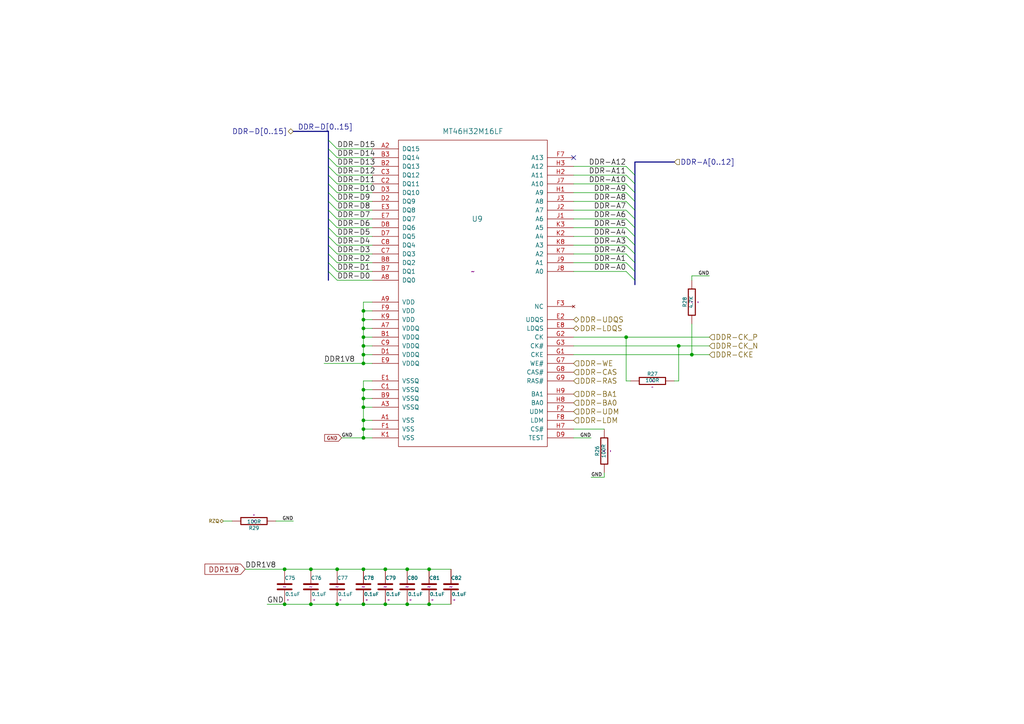
<source format=kicad_sch>
(kicad_sch (version 20250114) (generator "eeschema") (generator_version "9.0")
  (paper "A4")
  (title_block (title "SATURN SPARTAN6 FPGA MODULE") (date "15 apr 2014") (company "Numato Lab") (comment 1 "http://www.numato.com") (comment 2 "License: CC BY-SA"))
  (lib_symbols
    (symbol "C_1" (pin_numbers (hide yes)) (pin_names (offset 0.254))
      (property "Reference" "C" (at 0 2.54 0))
      (property "Value" "C" (at 0.1524 -2.159 0))
      (symbol "C_1_0_1"
        (polyline (pts (xy -2.032 0.762) (xy 2.032 0.762)) (stroke (width 0.508)))
        (polyline (pts (xy -2.032 -0.762) (xy 2.032 -0.762)) (stroke (width 0.508)))
      )
      (symbol "C_1_1_1"
        (pin passive line (at 0 5.08 270) (length 4.318) (name "~") (number "1"))
        (pin passive line (at 0 -5.08 90) (length 4.318) (name "~") (number "2"))
      )
    )
    (symbol "C_10" (pin_numbers (hide yes)) (pin_names (offset 0.254))
      (property "Reference" "C" (at 0 2.54 0))
      (property "Value" "C" (at 0.1524 -2.159 0))
      (symbol "C_10_0_1"
        (polyline (pts (xy -2.032 0.762) (xy 2.032 0.762)) (stroke (width 0.508)))
        (polyline (pts (xy -2.032 -0.762) (xy 2.032 -0.762)) (stroke (width 0.508)))
      )
      (symbol "C_10_1_1"
        (pin passive line (at 0 5.08 270) (length 4.318) (name "~") (number "1"))
        (pin passive line (at 0 -5.08 90) (length 4.318) (name "~") (number "2"))
      )
    )
    (symbol "C_11" (pin_numbers (hide yes)) (pin_names (offset 0.254))
      (property "Reference" "C" (at 0 2.54 0))
      (property "Value" "C" (at 0.1524 -2.159 0))
      (symbol "C_11_0_1"
        (polyline (pts (xy -2.032 0.762) (xy 2.032 0.762)) (stroke (width 0.508)))
        (polyline (pts (xy -2.032 -0.762) (xy 2.032 -0.762)) (stroke (width 0.508)))
      )
      (symbol "C_11_1_1"
        (pin passive line (at 0 5.08 270) (length 4.318) (name "~") (number "1"))
        (pin passive line (at 0 -5.08 90) (length 4.318) (name "~") (number "2"))
      )
    )
    (symbol "C_12" (pin_numbers (hide yes)) (pin_names (offset 0.254))
      (property "Reference" "C" (at 0 2.54 0))
      (property "Value" "C" (at 0.1524 -2.159 0))
      (symbol "C_12_0_1"
        (polyline (pts (xy -2.032 0.762) (xy 2.032 0.762)) (stroke (width 0.508)))
        (polyline (pts (xy -2.032 -0.762) (xy 2.032 -0.762)) (stroke (width 0.508)))
      )
      (symbol "C_12_1_1"
        (pin passive line (at 0 5.08 270) (length 4.318) (name "~") (number "1"))
        (pin passive line (at 0 -5.08 90) (length 4.318) (name "~") (number "2"))
      )
    )
    (symbol "C_13" (pin_numbers (hide yes)) (pin_names (offset 0.254))
      (property "Reference" "C" (at 0 2.54 0))
      (property "Value" "C" (at 0.1524 -2.159 0))
      (symbol "C_13_0_1"
        (polyline (pts (xy -2.032 0.762) (xy 2.032 0.762)) (stroke (width 0.508)))
        (polyline (pts (xy -2.032 -0.762) (xy 2.032 -0.762)) (stroke (width 0.508)))
      )
      (symbol "C_13_1_1"
        (pin passive line (at 0 5.08 270) (length 4.318) (name "~") (number "1"))
        (pin passive line (at 0 -5.08 90) (length 4.318) (name "~") (number "2"))
      )
    )
    (symbol "C_14" (pin_numbers (hide yes)) (pin_names (offset 0.254))
      (property "Reference" "C" (at 0 2.54 0))
      (property "Value" "C" (at 0.1524 -2.159 0))
      (symbol "C_14_0_1"
        (polyline (pts (xy -2.032 0.762) (xy 2.032 0.762)) (stroke (width 0.508)))
        (polyline (pts (xy -2.032 -0.762) (xy 2.032 -0.762)) (stroke (width 0.508)))
      )
      (symbol "C_14_1_1"
        (pin passive line (at 0 5.08 270) (length 4.318) (name "~") (number "1"))
        (pin passive line (at 0 -5.08 90) (length 4.318) (name "~") (number "2"))
      )
    )
    (symbol "C_15" (pin_numbers (hide yes)) (pin_names (offset 0.254))
      (property "Reference" "C" (at 0 2.54 0))
      (property "Value" "C" (at 0.1524 -2.159 0))
      (symbol "C_15_0_1"
        (polyline (pts (xy -2.032 0.762) (xy 2.032 0.762)) (stroke (width 0.508)))
        (polyline (pts (xy -2.032 -0.762) (xy 2.032 -0.762)) (stroke (width 0.508)))
      )
      (symbol "C_15_1_1"
        (pin passive line (at 0 5.08 270) (length 4.318) (name "~") (number "1"))
        (pin passive line (at 0 -5.08 90) (length 4.318) (name "~") (number "2"))
      )
    )
    (symbol "C_16" (pin_numbers (hide yes)) (pin_names (offset 0.254))
      (property "Reference" "C" (at 0 2.54 0))
      (property "Value" "C" (at 0.1524 -2.159 0))
      (symbol "C_16_0_1"
        (polyline (pts (xy -2.032 0.762) (xy 2.032 0.762)) (stroke (width 0.508)))
        (polyline (pts (xy -2.032 -0.762) (xy 2.032 -0.762)) (stroke (width 0.508)))
      )
      (symbol "C_16_1_1"
        (pin passive line (at 0 5.08 270) (length 4.318) (name "~") (number "1"))
        (pin passive line (at 0 -5.08 90) (length 4.318) (name "~") (number "2"))
      )
    )
    (symbol "C_2" (pin_numbers (hide yes)) (pin_names (offset 0.254))
      (property "Reference" "C" (at 0 2.54 0))
      (property "Value" "C" (at 0.1524 -2.159 0))
      (symbol "C_2_0_1"
        (polyline (pts (xy -2.032 0.762) (xy 2.032 0.762)) (stroke (width 0.508)))
        (polyline (pts (xy -2.032 -0.762) (xy 2.032 -0.762)) (stroke (width 0.508)))
      )
      (symbol "C_2_1_1"
        (pin passive line (at 0 5.08 270) (length 4.318) (name "~") (number "1"))
        (pin passive line (at 0 -5.08 90) (length 4.318) (name "~") (number "2"))
      )
    )
    (symbol "C_3" (pin_numbers (hide yes)) (pin_names (offset 0.254))
      (property "Reference" "C" (at 0 2.54 0))
      (property "Value" "C" (at 0.1524 -2.159 0))
      (symbol "C_3_0_1"
        (polyline (pts (xy -2.032 0.762) (xy 2.032 0.762)) (stroke (width 0.508)))
        (polyline (pts (xy -2.032 -0.762) (xy 2.032 -0.762)) (stroke (width 0.508)))
      )
      (symbol "C_3_1_1"
        (pin passive line (at 0 5.08 270) (length 4.318) (name "~") (number "1"))
        (pin passive line (at 0 -5.08 90) (length 4.318) (name "~") (number "2"))
      )
    )
    (symbol "C_4" (pin_numbers (hide yes)) (pin_names (offset 0.254))
      (property "Reference" "C" (at 0 2.54 0))
      (property "Value" "C" (at 0.1524 -2.159 0))
      (symbol "C_4_0_1"
        (polyline (pts (xy -2.032 0.762) (xy 2.032 0.762)) (stroke (width 0.508)))
        (polyline (pts (xy -2.032 -0.762) (xy 2.032 -0.762)) (stroke (width 0.508)))
      )
      (symbol "C_4_1_1"
        (pin passive line (at 0 5.08 270) (length 4.318) (name "~") (number "1"))
        (pin passive line (at 0 -5.08 90) (length 4.318) (name "~") (number "2"))
      )
    )
    (symbol "C_5" (pin_numbers (hide yes)) (pin_names (offset 0.254))
      (property "Reference" "C" (at 0 2.54 0))
      (property "Value" "C" (at 0.1524 -2.159 0))
      (symbol "C_5_0_1"
        (polyline (pts (xy -2.032 0.762) (xy 2.032 0.762)) (stroke (width 0.508)))
        (polyline (pts (xy -2.032 -0.762) (xy 2.032 -0.762)) (stroke (width 0.508)))
      )
      (symbol "C_5_1_1"
        (pin passive line (at 0 5.08 270) (length 4.318) (name "~") (number "1"))
        (pin passive line (at 0 -5.08 90) (length 4.318) (name "~") (number "2"))
      )
    )
    (symbol "C_6" (pin_numbers (hide yes)) (pin_names (offset 0.254))
      (property "Reference" "C" (at 0 2.54 0))
      (property "Value" "C" (at 0.1524 -2.159 0))
      (symbol "C_6_0_1"
        (polyline (pts (xy -2.032 0.762) (xy 2.032 0.762)) (stroke (width 0.508)))
        (polyline (pts (xy -2.032 -0.762) (xy 2.032 -0.762)) (stroke (width 0.508)))
      )
      (symbol "C_6_1_1"
        (pin passive line (at 0 5.08 270) (length 4.318) (name "~") (number "1"))
        (pin passive line (at 0 -5.08 90) (length 4.318) (name "~") (number "2"))
      )
    )
    (symbol "C_7" (pin_numbers (hide yes)) (pin_names (offset 0.254))
      (property "Reference" "C" (at 0 2.54 0))
      (property "Value" "C" (at 0.1524 -2.159 0))
      (symbol "C_7_0_1"
        (polyline (pts (xy -2.032 0.762) (xy 2.032 0.762)) (stroke (width 0.508)))
        (polyline (pts (xy -2.032 -0.762) (xy 2.032 -0.762)) (stroke (width 0.508)))
      )
      (symbol "C_7_1_1"
        (pin passive line (at 0 5.08 270) (length 4.318) (name "~") (number "1"))
        (pin passive line (at 0 -5.08 90) (length 4.318) (name "~") (number "2"))
      )
    )
    (symbol "C_8" (pin_numbers (hide yes)) (pin_names (offset 0.254))
      (property "Reference" "C" (at 0 2.54 0))
      (property "Value" "C" (at 0.1524 -2.159 0))
      (symbol "C_8_0_1"
        (polyline (pts (xy -2.032 0.762) (xy 2.032 0.762)) (stroke (width 0.508)))
        (polyline (pts (xy -2.032 -0.762) (xy 2.032 -0.762)) (stroke (width 0.508)))
      )
      (symbol "C_8_1_1"
        (pin passive line (at 0 5.08 270) (length 4.318) (name "~") (number "1"))
        (pin passive line (at 0 -5.08 90) (length 4.318) (name "~") (number "2"))
      )
    )
    (symbol "C_9" (pin_numbers (hide yes)) (pin_names (offset 0.254))
      (property "Reference" "C" (at 0 2.54 0))
      (property "Value" "C" (at 0.1524 -2.159 0))
      (symbol "C_9_0_1"
        (polyline (pts (xy -2.032 0.762) (xy 2.032 0.762)) (stroke (width 0.508)))
        (polyline (pts (xy -2.032 -0.762) (xy 2.032 -0.762)) (stroke (width 0.508)))
      )
      (symbol "C_9_1_1"
        (pin passive line (at 0 5.08 270) (length 4.318) (name "~") (number "1"))
        (pin passive line (at 0 -5.08 90) (length 4.318) (name "~") (number "2"))
      )
    )
    (symbol "MT47H32M16LF_1" (pin_names (offset 1.016))
      (property "Reference" "U" (at 1.27 15.24 0))
      (property "Value" "MT47H32M16LF" (at 0 40.64 0))
      (symbol "MT47H32M16LF_1_0_1"
        (rectangle (start -21.59 38.1) (end 21.59 -50.8))
      )
      (symbol "MT47H32M16LF_1_1_1"
        (pin bidirectional line (at -29.21 35.56 0) (length 7.62) (name "DQ15") (number "A2"))
        (pin bidirectional line (at -29.21 33.02 0) (length 7.62) (name "DQ14") (number "B3"))
        (pin bidirectional line (at -29.21 30.48 0) (length 7.62) (name "DQ13") (number "B2"))
        (pin bidirectional line (at -29.21 27.94 0) (length 7.62) (name "DQ12") (number "C3"))
        (pin bidirectional line (at -29.21 25.4 0) (length 7.62) (name "DQ11") (number "C2"))
        (pin bidirectional line (at -29.21 22.86 0) (length 7.62) (name "DQ10") (number "D3"))
        (pin bidirectional line (at -29.21 20.32 0) (length 7.62) (name "DQ9") (number "D2"))
        (pin bidirectional line (at -29.21 17.78 0) (length 7.62) (name "DQ8") (number "E3"))
        (pin bidirectional line (at -29.21 15.24 0) (length 7.62) (name "DQ7") (number "E7"))
        (pin bidirectional line (at -29.21 12.7 0) (length 7.62) (name "DQ6") (number "D8"))
        (pin bidirectional line (at -29.21 10.16 0) (length 7.62) (name "DQ5") (number "D7"))
        (pin bidirectional line (at -29.21 7.62 0) (length 7.62) (name "DQ4") (number "C8"))
        (pin bidirectional line (at -29.21 5.08 0) (length 7.62) (name "DQ3") (number "C7"))
        (pin bidirectional line (at -29.21 2.54 0) (length 7.62) (name "DQ2") (number "B8"))
        (pin bidirectional line (at -29.21 0 0) (length 7.62) (name "DQ1") (number "B7"))
        (pin bidirectional line (at -29.21 -2.54 0) (length 7.62) (name "DQ0") (number "A8"))
        (pin power_in line (at -29.21 -8.89 0) (length 7.62) (name "VDD") (number "A9"))
        (pin power_in line (at -29.21 -11.43 0) (length 7.62) (name "VDD") (number "F9"))
        (pin power_in line (at -29.21 -13.97 0) (length 7.62) (name "VDD") (number "K9"))
        (pin power_in line (at -29.21 -16.51 0) (length 7.62) (name "VDDQ") (number "A7"))
        (pin power_in line (at -29.21 -19.05 0) (length 7.62) (name "VDDQ") (number "B1"))
        (pin power_in line (at -29.21 -21.59 0) (length 7.62) (name "VDDQ") (number "C9"))
        (pin power_in line (at -29.21 -24.13 0) (length 7.62) (name "VDDQ") (number "D1"))
        (pin power_in line (at -29.21 -26.67 0) (length 7.62) (name "VDDQ") (number "E9"))
        (pin power_in line (at -29.21 -31.75 0) (length 7.62) (name "VSSQ") (number "E1"))
        (pin power_in line (at -29.21 -34.29 0) (length 7.62) (name "VSSQ") (number "C1"))
        (pin power_in line (at -29.21 -36.83 0) (length 7.62) (name "VSSQ") (number "B9"))
        (pin power_in line (at -29.21 -39.37 0) (length 7.62) (name "VSSQ") (number "A3"))
        (pin power_in line (at -29.21 -43.18 0) (length 7.62) (name "VSS") (number "A1"))
        (pin power_in line (at -29.21 -45.72 0) (length 7.62) (name "VSS") (number "F1"))
        (pin power_in line (at -29.21 -48.26 0) (length 7.62) (name "VSS") (number "K1"))
        (pin input line (at 29.21 33.02 180) (length 7.62) (name "A13") (number "F7"))
        (pin input line (at 29.21 30.48 180) (length 7.62) (name "A12") (number "H3"))
        (pin input line (at 29.21 27.94 180) (length 7.62) (name "A11") (number "H2"))
        (pin input line (at 29.21 25.4 180) (length 7.62) (name "A10") (number "J7"))
        (pin input line (at 29.21 22.86 180) (length 7.62) (name "A9") (number "H1"))
        (pin input line (at 29.21 20.32 180) (length 7.62) (name "A8") (number "J3"))
        (pin input line (at 29.21 17.78 180) (length 7.62) (name "A7") (number "J2"))
        (pin input line (at 29.21 15.24 180) (length 7.62) (name "A6") (number "J1"))
        (pin input line (at 29.21 12.7 180) (length 7.62) (name "A5") (number "K3"))
        (pin input line (at 29.21 10.16 180) (length 7.62) (name "A4") (number "K2"))
        (pin bidirectional line (at 29.21 7.62 180) (length 7.62) (name "A3") (number "K8"))
        (pin bidirectional line (at 29.21 5.08 180) (length 7.62) (name "A2") (number "K7"))
        (pin input line (at 29.21 2.54 180) (length 7.62) (name "A1") (number "J9"))
        (pin input line (at 29.21 0 180) (length 7.62) (name "A0") (number "J8"))
        (pin no_connect line (at 29.21 -10.16 180) (length 7.62) (name "NC") (number "F3"))
        (pin bidirectional line (at 29.21 -13.97 180) (length 7.62) (name "UDQS") (number "E2"))
        (pin bidirectional line (at 29.21 -16.51 180) (length 7.62) (name "LDQS") (number "E8"))
        (pin input line (at 29.21 -19.05 180) (length 7.62) (name "CK") (number "G2"))
        (pin input line (at 29.21 -21.59 180) (length 7.62) (name "CK#") (number "G3"))
        (pin input line (at 29.21 -24.13 180) (length 7.62) (name "CKE") (number "G1"))
        (pin bidirectional line (at 29.21 -26.67 180) (length 7.62) (name "WE#") (number "G7"))
        (pin input line (at 29.21 -29.21 180) (length 7.62) (name "CAS#") (number "G8"))
        (pin input line (at 29.21 -31.75 180) (length 7.62) (name "RAS#") (number "G9"))
        (pin input line (at 29.21 -35.56 180) (length 7.62) (name "BA1") (number "H9"))
        (pin input line (at 29.21 -38.1 180) (length 7.62) (name "BA0") (number "H8"))
        (pin input line (at 29.21 -40.64 180) (length 7.62) (name "UDM") (number "F2"))
        (pin input line (at 29.21 -43.18 180) (length 7.62) (name "LDM") (number "F8"))
        (pin input line (at 29.21 -45.72 180) (length 7.62) (name "CS#") (number "H7"))
        (pin power_in line (at 29.21 -48.26 180) (length 7.62) (name "TEST") (number "D9"))
      )
    )
    (symbol "MT47H32M16LF_2" (pin_names (offset 1.016))
      (property "Reference" "U" (at 1.27 15.24 0))
      (property "Value" "MT47H32M16LF" (at 0 40.64 0))
      (symbol "MT47H32M16LF_2_0_1"
        (rectangle (start -21.59 38.1) (end 21.59 -50.8))
      )
      (symbol "MT47H32M16LF_2_1_1"
        (pin bidirectional line (at -29.21 35.56 0) (length 7.62) (name "DQ15") (number "A2"))
        (pin bidirectional line (at -29.21 33.02 0) (length 7.62) (name "DQ14") (number "B3"))
        (pin bidirectional line (at -29.21 30.48 0) (length 7.62) (name "DQ13") (number "B2"))
        (pin bidirectional line (at -29.21 27.94 0) (length 7.62) (name "DQ12") (number "C3"))
        (pin bidirectional line (at -29.21 25.4 0) (length 7.62) (name "DQ11") (number "C2"))
        (pin bidirectional line (at -29.21 22.86 0) (length 7.62) (name "DQ10") (number "D3"))
        (pin bidirectional line (at -29.21 20.32 0) (length 7.62) (name "DQ9") (number "D2"))
        (pin bidirectional line (at -29.21 17.78 0) (length 7.62) (name "DQ8") (number "E3"))
        (pin bidirectional line (at -29.21 15.24 0) (length 7.62) (name "DQ7") (number "E7"))
        (pin bidirectional line (at -29.21 12.7 0) (length 7.62) (name "DQ6") (number "D8"))
        (pin bidirectional line (at -29.21 10.16 0) (length 7.62) (name "DQ5") (number "D7"))
        (pin bidirectional line (at -29.21 7.62 0) (length 7.62) (name "DQ4") (number "C8"))
        (pin bidirectional line (at -29.21 5.08 0) (length 7.62) (name "DQ3") (number "C7"))
        (pin bidirectional line (at -29.21 2.54 0) (length 7.62) (name "DQ2") (number "B8"))
        (pin bidirectional line (at -29.21 0 0) (length 7.62) (name "DQ1") (number "B7"))
        (pin bidirectional line (at -29.21 -2.54 0) (length 7.62) (name "DQ0") (number "A8"))
        (pin power_in line (at -29.21 -8.89 0) (length 7.62) (name "VDD") (number "A9"))
        (pin power_in line (at -29.21 -11.43 0) (length 7.62) (name "VDD") (number "F9"))
        (pin power_in line (at -29.21 -13.97 0) (length 7.62) (name "VDD") (number "K9"))
        (pin power_in line (at -29.21 -16.51 0) (length 7.62) (name "VDDQ") (number "A7"))
        (pin power_in line (at -29.21 -19.05 0) (length 7.62) (name "VDDQ") (number "B1"))
        (pin power_in line (at -29.21 -21.59 0) (length 7.62) (name "VDDQ") (number "C9"))
        (pin power_in line (at -29.21 -24.13 0) (length 7.62) (name "VDDQ") (number "D1"))
        (pin power_in line (at -29.21 -26.67 0) (length 7.62) (name "VDDQ") (number "E9"))
        (pin power_in line (at -29.21 -31.75 0) (length 7.62) (name "VSSQ") (number "E1"))
        (pin power_in line (at -29.21 -34.29 0) (length 7.62) (name "VSSQ") (number "C1"))
        (pin power_in line (at -29.21 -36.83 0) (length 7.62) (name "VSSQ") (number "B9"))
        (pin power_in line (at -29.21 -39.37 0) (length 7.62) (name "VSSQ") (number "A3"))
        (pin power_in line (at -29.21 -43.18 0) (length 7.62) (name "VSS") (number "A1"))
        (pin power_in line (at -29.21 -45.72 0) (length 7.62) (name "VSS") (number "F1"))
        (pin power_in line (at -29.21 -48.26 0) (length 7.62) (name "VSS") (number "K1"))
        (pin input line (at 29.21 33.02 180) (length 7.62) (name "A13") (number "F7"))
        (pin input line (at 29.21 30.48 180) (length 7.62) (name "A12") (number "H3"))
        (pin input line (at 29.21 27.94 180) (length 7.62) (name "A11") (number "H2"))
        (pin input line (at 29.21 25.4 180) (length 7.62) (name "A10") (number "J7"))
        (pin input line (at 29.21 22.86 180) (length 7.62) (name "A9") (number "H1"))
        (pin input line (at 29.21 20.32 180) (length 7.62) (name "A8") (number "J3"))
        (pin input line (at 29.21 17.78 180) (length 7.62) (name "A7") (number "J2"))
        (pin input line (at 29.21 15.24 180) (length 7.62) (name "A6") (number "J1"))
        (pin input line (at 29.21 12.7 180) (length 7.62) (name "A5") (number "K3"))
        (pin input line (at 29.21 10.16 180) (length 7.62) (name "A4") (number "K2"))
        (pin bidirectional line (at 29.21 7.62 180) (length 7.62) (name "A3") (number "K8"))
        (pin bidirectional line (at 29.21 5.08 180) (length 7.62) (name "A2") (number "K7"))
        (pin input line (at 29.21 2.54 180) (length 7.62) (name "A1") (number "J9"))
        (pin input line (at 29.21 0 180) (length 7.62) (name "A0") (number "J8"))
        (pin no_connect line (at 29.21 -10.16 180) (length 7.62) (name "NC") (number "F3"))
        (pin bidirectional line (at 29.21 -13.97 180) (length 7.62) (name "UDQS") (number "E2"))
        (pin bidirectional line (at 29.21 -16.51 180) (length 7.62) (name "LDQS") (number "E8"))
        (pin input line (at 29.21 -19.05 180) (length 7.62) (name "CK") (number "G2"))
        (pin input line (at 29.21 -21.59 180) (length 7.62) (name "CK#") (number "G3"))
        (pin input line (at 29.21 -24.13 180) (length 7.62) (name "CKE") (number "G1"))
        (pin bidirectional line (at 29.21 -26.67 180) (length 7.62) (name "WE#") (number "G7"))
        (pin input line (at 29.21 -29.21 180) (length 7.62) (name "CAS#") (number "G8"))
        (pin input line (at 29.21 -31.75 180) (length 7.62) (name "RAS#") (number "G9"))
        (pin input line (at 29.21 -35.56 180) (length 7.62) (name "BA1") (number "H9"))
        (pin input line (at 29.21 -38.1 180) (length 7.62) (name "BA0") (number "H8"))
        (pin input line (at 29.21 -40.64 180) (length 7.62) (name "UDM") (number "F2"))
        (pin input line (at 29.21 -43.18 180) (length 7.62) (name "LDM") (number "F8"))
        (pin input line (at 29.21 -45.72 180) (length 7.62) (name "CS#") (number "H7"))
        (pin power_in line (at 29.21 -48.26 180) (length 7.62) (name "TEST") (number "D9"))
      )
    )
    (symbol "R_1" (pin_numbers (hide yes)) (pin_names (offset 0))
      (property "Reference" "R" (at 2.032 0 90))
      (property "Value" "R" (at 0.1778 0.0254 90))
      (symbol "R_1_0_1"
        (rectangle (start -1.016 3.81) (end 1.016 -3.81) (stroke (width 0.3048)))
      )
      (symbol "R_1_1_1"
        (pin passive line (at 0 6.35 270) (length 2.54) (name "~") (number "1"))
        (pin passive line (at 0 -6.35 90) (length 2.54) (name "~") (number "2"))
      )
    )
    (symbol "R_2" (pin_numbers (hide yes)) (pin_names (offset 0))
      (property "Reference" "R" (at 2.032 0 90))
      (property "Value" "R" (at 0.1778 0.0254 90))
      (symbol "R_2_0_1"
        (rectangle (start -1.016 3.81) (end 1.016 -3.81) (stroke (width 0.3048)))
      )
      (symbol "R_2_1_1"
        (pin passive line (at 0 6.35 270) (length 2.54) (name "~") (number "1"))
        (pin passive line (at 0 -6.35 90) (length 2.54) (name "~") (number "2"))
      )
    )
    (symbol "R_3" (pin_numbers (hide yes)) (pin_names (offset 0))
      (property "Reference" "R" (at 2.032 0 90))
      (property "Value" "R" (at 0.1778 0.0254 90))
      (symbol "R_3_0_1"
        (rectangle (start -1.016 3.81) (end 1.016 -3.81) (stroke (width 0.3048)))
      )
      (symbol "R_3_1_1"
        (pin passive line (at 0 6.35 270) (length 2.54) (name "~") (number "1"))
        (pin passive line (at 0 -6.35 90) (length 2.54) (name "~") (number "2"))
      )
    )
    (symbol "R_4" (pin_numbers (hide yes)) (pin_names (offset 0))
      (property "Reference" "R" (at 2.032 0 90))
      (property "Value" "R" (at 0.1778 0.0254 90))
      (symbol "R_4_0_1"
        (rectangle (start -1.016 3.81) (end 1.016 -3.81) (stroke (width 0.3048)))
      )
      (symbol "R_4_1_1"
        (pin passive line (at 0 6.35 270) (length 2.54) (name "~") (number "1"))
        (pin passive line (at 0 -6.35 90) (length 2.54) (name "~") (number "2"))
      )
    )
    (symbol "R_5" (pin_numbers (hide yes)) (pin_names (offset 0))
      (property "Reference" "R" (at 2.032 0 90))
      (property "Value" "R" (at 0.1778 0.0254 90))
      (symbol "R_5_0_1"
        (rectangle (start -1.016 3.81) (end 1.016 -3.81) (stroke (width 0.3048)))
      )
      (symbol "R_5_1_1"
        (pin passive line (at 0 6.35 270) (length 2.54) (name "~") (number "1"))
        (pin passive line (at 0 -6.35 90) (length 2.54) (name "~") (number "2"))
      )
    )
    (symbol "R_6" (pin_numbers (hide yes)) (pin_names (offset 0))
      (property "Reference" "R" (at 2.032 0 90))
      (property "Value" "R" (at 0.1778 0.0254 90))
      (symbol "R_6_0_1"
        (rectangle (start -1.016 3.81) (end 1.016 -3.81) (stroke (width 0.3048)))
      )
      (symbol "R_6_1_1"
        (pin passive line (at 0 6.35 270) (length 2.54) (name "~") (number "1"))
        (pin passive line (at 0 -6.35 90) (length 2.54) (name "~") (number "2"))
      )
    )
    (symbol "R_7" (pin_numbers (hide yes)) (pin_names (offset 0))
      (property "Reference" "R" (at 2.032 0 90))
      (property "Value" "R" (at 0.1778 0.0254 90))
      (symbol "R_7_0_1"
        (rectangle (start -1.016 3.81) (end 1.016 -3.81) (stroke (width 0.3048)))
      )
      (symbol "R_7_1_1"
        (pin passive line (at 0 6.35 270) (length 2.54) (name "~") (number "1"))
        (pin passive line (at 0 -6.35 90) (length 2.54) (name "~") (number "2"))
      )
    )
    (symbol "R_8" (pin_numbers (hide yes)) (pin_names (offset 0))
      (property "Reference" "R" (at 2.032 0 90))
      (property "Value" "R" (at 0.1778 0.0254 90))
      (symbol "R_8_0_1"
        (rectangle (start -1.016 3.81) (end 1.016 -3.81) (stroke (width 0.3048)))
      )
      (symbol "R_8_1_1"
        (pin passive line (at 0 6.35 270) (length 2.54) (name "~") (number "1"))
        (pin passive line (at 0 -6.35 90) (length 2.54) (name "~") (number "2"))
      )
    )
  )
  (junction (at 124.46 165.1))
  (junction (at 105.41 175.26))
  (junction (at 181.61 97.79))
  (junction (at 124.46 175.26))
  (junction (at 105.41 127))
  (junction (at 105.41 97.79))
  (junction (at 111.76 165.1))
  (junction (at 97.79 165.1))
  (junction (at 105.41 95.25))
  (junction (at 90.17 165.1))
  (junction (at 97.79 175.26))
  (junction (at 200.66 102.87))
  (junction (at 105.41 115.57))
  (junction (at 105.41 105.41))
  (junction (at 118.11 165.1))
  (junction (at 118.11 175.26))
  (junction (at 105.41 165.1))
  (junction (at 105.41 90.17))
  (junction (at 90.17 175.26))
  (junction (at 105.41 102.87))
  (junction (at 105.41 124.46))
  (junction (at 82.55 175.26))
  (junction (at 105.41 113.03))
  (junction (at 82.55 165.1))
  (junction (at 196.85 100.33))
  (junction (at 105.41 121.92))
  (junction (at 105.41 92.71))
  (junction (at 105.41 100.33))
  (junction (at 111.76 175.26))
  (junction (at 105.41 118.11))
  (no_connect (at 166.37 45.72))
  (bus_entry (at 95.25 68.58) (size 2.54 2.54))
  (bus_entry (at 95.25 55.88) (size 2.54 2.54))
  (bus_entry (at 95.25 48.26) (size 2.54 2.54))
  (bus_entry (at 95.25 43.18) (size 2.54 2.54))
  (bus_entry (at 95.25 50.8) (size 2.54 2.54))
  (bus_entry (at 181.61 78.74) (size 2.54 2.54))
  (bus_entry (at 95.25 71.12) (size 2.54 2.54))
  (bus_entry (at 95.25 66.04) (size 2.54 2.54))
  (bus_entry (at 181.61 60.96) (size 2.54 2.54))
  (bus_entry (at 181.61 48.26) (size 2.54 2.54))
  (bus_entry (at 95.25 58.42) (size 2.54 2.54))
  (bus_entry (at 181.61 53.34) (size 2.54 2.54))
  (bus_entry (at 95.25 40.64) (size 2.54 2.54))
  (bus_entry (at 95.25 45.72) (size 2.54 2.54))
  (bus_entry (at 181.61 55.88) (size 2.54 2.54))
  (bus_entry (at 95.25 60.96) (size 2.54 2.54))
  (bus_entry (at 95.25 78.74) (size 2.54 2.54))
  (bus_entry (at 95.25 63.5) (size 2.54 2.54))
  (bus_entry (at 181.61 63.5) (size 2.54 2.54))
  (bus_entry (at 181.61 58.42) (size 2.54 2.54))
  (bus_entry (at 95.25 53.34) (size 2.54 2.54))
  (bus_entry (at 95.25 76.2) (size 2.54 2.54))
  (bus_entry (at 181.61 66.04) (size 2.54 2.54))
  (bus_entry (at 181.61 68.58) (size 2.54 2.54))
  (bus_entry (at 181.61 73.66) (size 2.54 2.54))
  (bus_entry (at 95.25 73.66) (size 2.54 2.54))
  (bus_entry (at 181.61 71.12) (size 2.54 2.54))
  (bus_entry (at 181.61 76.2) (size 2.54 2.54))
  (bus_entry (at 181.61 50.8) (size 2.54 2.54))
  (wire (pts (xy 200.66 80.01) (xy 205.74 80.01)))
  (wire (pts (xy 105.41 105.41) (xy 107.95 105.41)))
  (wire (pts (xy 82.55 165.1) (xy 90.17 165.1)))
  (wire (pts (xy 97.79 165.1) (xy 105.41 165.1)))
  (wire (pts (xy 166.37 63.5) (xy 181.61 63.5)))
  (wire (pts (xy 67.31 151.13) (xy 64.77 151.13)))
  (wire (pts (xy 105.41 115.57) (xy 105.41 118.11)))
  (wire (pts (xy 97.79 50.8) (xy 107.95 50.8)))
  (wire (pts (xy 166.37 53.34) (xy 181.61 53.34)))
  (wire (pts (xy 166.37 55.88) (xy 181.61 55.88)))
  (bus (pts (xy 95.25 76.2) (xy 95.25 78.74)))
  (bus (pts (xy 184.15 78.74) (xy 184.15 81.28)))
  (bus (pts (xy 95.25 78.74) (xy 95.25 81.28)))
  (wire (pts (xy 200.66 81.28) (xy 200.66 80.01)))
  (wire (pts (xy 97.79 53.34) (xy 107.95 53.34)))
  (wire (pts (xy 166.37 97.79) (xy 181.61 97.79)))
  (wire (pts (xy 105.41 110.49) (xy 105.41 113.03)))
  (bus (pts (xy 184.15 53.34) (xy 184.15 55.88)))
  (wire (pts (xy 196.85 100.33) (xy 205.74 100.33)))
  (wire (pts (xy 107.95 113.03) (xy 105.41 113.03)))
  (wire (pts (xy 196.85 100.33) (xy 196.85 110.49)))
  (wire (pts (xy 71.12 165.1) (xy 82.55 165.1)))
  (wire (pts (xy 166.37 60.96) (xy 181.61 60.96)))
  (bus (pts (xy 95.25 71.12) (xy 95.25 73.66)))
  (bus (pts (xy 184.15 71.12) (xy 184.15 73.66)))
  (wire (pts (xy 82.55 175.26) (xy 90.17 175.26)))
  (wire (pts (xy 80.01 151.13) (xy 85.09 151.13)))
  (bus (pts (xy 184.15 55.88) (xy 184.15 58.42)))
  (wire (pts (xy 107.95 115.57) (xy 105.41 115.57)))
  (bus (pts (xy 95.25 50.8) (xy 95.25 53.34)))
  (wire (pts (xy 166.37 78.74) (xy 181.61 78.74)))
  (wire (pts (xy 166.37 124.46) (xy 175.26 124.46)))
  (wire (pts (xy 107.95 97.79) (xy 105.41 97.79)))
  (bus (pts (xy 95.25 53.34) (xy 95.25 55.88)))
  (wire (pts (xy 105.41 95.25) (xy 105.41 97.79)))
  (wire (pts (xy 97.79 175.26) (xy 105.41 175.26)))
  (bus (pts (xy 184.15 46.99) (xy 195.58 46.99)))
  (wire (pts (xy 105.41 118.11) (xy 105.41 121.92)))
  (wire (pts (xy 166.37 68.58) (xy 181.61 68.58)))
  (wire (pts (xy 107.95 100.33) (xy 105.41 100.33)))
  (wire (pts (xy 166.37 66.04) (xy 181.61 66.04)))
  (wire (pts (xy 118.11 165.1) (xy 124.46 165.1)))
  (wire (pts (xy 97.79 43.18) (xy 107.95 43.18)))
  (wire (pts (xy 111.76 165.1) (xy 118.11 165.1)))
  (wire (pts (xy 105.41 100.33) (xy 105.41 102.87)))
  (wire (pts (xy 97.79 81.28) (xy 107.95 81.28)))
  (wire (pts (xy 97.79 63.5) (xy 107.95 63.5)))
  (bus (pts (xy 95.25 73.66) (xy 95.25 76.2)))
  (wire (pts (xy 166.37 73.66) (xy 181.61 73.66)))
  (wire (pts (xy 97.79 78.74) (xy 107.95 78.74)))
  (bus (pts (xy 184.15 58.42) (xy 184.15 60.96)))
  (wire (pts (xy 196.85 110.49) (xy 195.58 110.49)))
  (bus (pts (xy 184.15 50.8) (xy 184.15 53.34)))
  (wire (pts (xy 107.95 87.63) (xy 105.41 87.63)))
  (wire (pts (xy 90.17 165.1) (xy 97.79 165.1)))
  (wire (pts (xy 105.41 87.63) (xy 105.41 90.17)))
  (bus (pts (xy 95.25 38.1) (xy 95.25 40.64)))
  (wire (pts (xy 105.41 92.71) (xy 105.41 95.25)))
  (bus (pts (xy 95.25 63.5) (xy 95.25 66.04)))
  (bus (pts (xy 184.15 63.5) (xy 184.15 66.04)))
  (wire (pts (xy 93.98 105.41) (xy 105.41 105.41)))
  (wire (pts (xy 111.76 175.26) (xy 118.11 175.26)))
  (wire (pts (xy 166.37 102.87) (xy 200.66 102.87)))
  (bus (pts (xy 95.25 66.04) (xy 95.25 68.58)))
  (wire (pts (xy 105.41 121.92) (xy 105.41 124.46)))
  (bus (pts (xy 95.25 55.88) (xy 95.25 58.42)))
  (wire (pts (xy 175.26 138.43) (xy 171.45 138.43)))
  (wire (pts (xy 124.46 175.26) (xy 130.81 175.26)))
  (wire (pts (xy 97.79 71.12) (xy 107.95 71.12)))
  (wire (pts (xy 107.95 110.49) (xy 105.41 110.49)))
  (bus (pts (xy 95.25 48.26) (xy 95.25 50.8)))
  (wire (pts (xy 166.37 71.12) (xy 181.61 71.12)))
  (wire (pts (xy 97.79 55.88) (xy 107.95 55.88)))
  (bus (pts (xy 184.15 46.99) (xy 184.15 50.8)))
  (bus (pts (xy 184.15 68.58) (xy 184.15 71.12)))
  (wire (pts (xy 105.41 90.17) (xy 105.41 92.71)))
  (wire (pts (xy 105.41 97.79) (xy 105.41 100.33)))
  (bus (pts (xy 95.25 38.1) (xy 85.09 38.1)))
  (bus (pts (xy 95.25 45.72) (xy 95.25 48.26)))
  (wire (pts (xy 97.79 60.96) (xy 107.95 60.96)))
  (bus (pts (xy 184.15 60.96) (xy 184.15 63.5)))
  (bus (pts (xy 95.25 58.42) (xy 95.25 60.96)))
  (wire (pts (xy 99.06 127) (xy 105.41 127)))
  (wire (pts (xy 107.95 118.11) (xy 105.41 118.11)))
  (wire (pts (xy 107.95 95.25) (xy 105.41 95.25)))
  (bus (pts (xy 95.25 40.64) (xy 95.25 43.18)))
  (wire (pts (xy 105.41 113.03) (xy 105.41 115.57)))
  (wire (pts (xy 166.37 100.33) (xy 196.85 100.33)))
  (wire (pts (xy 107.95 90.17) (xy 105.41 90.17)))
  (wire (pts (xy 105.41 102.87) (xy 105.41 105.41)))
  (wire (pts (xy 97.79 48.26) (xy 107.95 48.26)))
  (wire (pts (xy 97.79 68.58) (xy 107.95 68.58)))
  (wire (pts (xy 166.37 48.26) (xy 181.61 48.26)))
  (bus (pts (xy 95.25 43.18) (xy 95.25 45.72)))
  (wire (pts (xy 200.66 102.87) (xy 200.66 93.98)))
  (wire (pts (xy 181.61 97.79) (xy 205.74 97.79)))
  (bus (pts (xy 184.15 81.28) (xy 184.15 82.55)))
  (wire (pts (xy 166.37 127) (xy 171.45 127)))
  (wire (pts (xy 107.95 121.92) (xy 105.41 121.92)))
  (wire (pts (xy 97.79 76.2) (xy 107.95 76.2)))
  (wire (pts (xy 97.79 58.42) (xy 107.95 58.42)))
  (wire (pts (xy 97.79 66.04) (xy 107.95 66.04)))
  (wire (pts (xy 97.79 45.72) (xy 107.95 45.72)))
  (wire (pts (xy 97.79 73.66) (xy 107.95 73.66)))
  (wire (pts (xy 175.26 137.16) (xy 175.26 138.43)))
  (wire (pts (xy 124.46 165.1) (xy 130.81 165.1)))
  (wire (pts (xy 166.37 50.8) (xy 181.61 50.8)))
  (bus (pts (xy 95.25 60.96) (xy 95.25 63.5)))
  (wire (pts (xy 182.88 110.49) (xy 181.61 110.49)))
  (bus (pts (xy 184.15 76.2) (xy 184.15 78.74)))
  (wire (pts (xy 105.41 127) (xy 107.95 127)))
  (bus (pts (xy 95.25 68.58) (xy 95.25 71.12)))
  (wire (pts (xy 107.95 102.87) (xy 105.41 102.87)))
  (bus (pts (xy 184.15 73.66) (xy 184.15 76.2)))
  (wire (pts (xy 105.41 124.46) (xy 105.41 127)))
  (wire (pts (xy 107.95 124.46) (xy 105.41 124.46)))
  (wire (pts (xy 166.37 76.2) (xy 181.61 76.2)))
  (bus (pts (xy 184.15 66.04) (xy 184.15 68.58)))
  (wire (pts (xy 77.47 175.26) (xy 82.55 175.26)))
  (wire (pts (xy 105.41 165.1) (xy 111.76 165.1)))
  (wire (pts (xy 181.61 110.49) (xy 181.61 97.79)))
  (wire (pts (xy 90.17 175.26) (xy 97.79 175.26)))
  (wire (pts (xy 105.41 175.26) (xy 111.76 175.26)))
  (wire (pts (xy 166.37 58.42) (xy 181.61 58.42)))
  (wire (pts (xy 200.66 102.87) (xy 205.74 102.87)))
  (wire (pts (xy 118.11 175.26) (xy 124.46 175.26)))
  (wire (pts (xy 107.95 92.71) (xy 105.41 92.71)))
  (label "DDR-A5" (at 181.61 66.04 180) (effects (font (size 1.524 1.524))))
  (label "DDR1V8" (at 71.12 165.1 0) (effects (font (size 1.524 1.524))))
  (label "GND" (at 171.45 127 180) (effects (font (size 0.9906 0.9906))))
  (label "DDR-A1" (at 181.61 76.2 180) (effects (font (size 1.524 1.524))))
  (label "DDR-A10" (at 181.61 53.34 180) (effects (font (size 1.524 1.524))))
  (label "DDR-A3" (at 181.61 71.12 180) (effects (font (size 1.524 1.524))))
  (label "DDR-D13" (at 97.79 48.26 0) (effects (font (size 1.524 1.524))))
  (label "DDR-A9" (at 181.61 55.88 180) (effects (font (size 1.524 1.524))))
  (label "DDR-D11" (at 97.79 53.34 0) (effects (font (size 1.524 1.524))))
  (label "DDR-D[0..15]" (at 86.36 38.1 0) (effects (font (size 1.524 1.524))))
  (label "DDR1V8" (at 93.98 105.41 0) (effects (font (size 1.524 1.524))))
  (label "DDR-D5" (at 97.79 68.58 0) (effects (font (size 1.524 1.524))))
  (label "DDR-A12" (at 181.61 48.26 180) (effects (font (size 1.524 1.524))))
  (label "DDR-A6" (at 181.61 63.5 180) (effects (font (size 1.524 1.524))))
  (label "DDR-D2" (at 97.79 76.2 0) (effects (font (size 1.524 1.524))))
  (label "DDR-D8" (at 97.79 60.96 0) (effects (font (size 1.524 1.524))))
  (label "DDR-A4" (at 181.61 68.58 180) (effects (font (size 1.524 1.524))))
  (label "DDR-D6" (at 97.79 66.04 0) (effects (font (size 1.524 1.524))))
  (label "DDR-D12" (at 97.79 50.8 0) (effects (font (size 1.524 1.524))))
  (label "GND" (at 99.06 127 0) (effects (font (size 0.9906 0.9906))))
  (label "DDR-D7" (at 97.79 63.5 0) (effects (font (size 1.524 1.524))))
  (label "DDR-D10" (at 97.79 55.88 0) (effects (font (size 1.524 1.524))))
  (label "GND" (at 171.45 138.43 0) (effects (font (size 0.9906 0.9906))))
  (label "DDR-D1" (at 97.79 78.74 0) (effects (font (size 1.524 1.524))))
  (label "DDR-D0" (at 97.79 81.28 0) (effects (font (size 1.524 1.524))))
  (label "DDR-A8" (at 181.61 58.42 180) (effects (font (size 1.524 1.524))))
  (label "DDR-A11" (at 181.61 50.8 180) (effects (font (size 1.524 1.524))))
  (label "DDR-D3" (at 97.79 73.66 0) (effects (font (size 1.524 1.524))))
  (label "DDR-D4" (at 97.79 71.12 0) (effects (font (size 1.524 1.524))))
  (label "DDR-A2" (at 181.61 73.66 180) (effects (font (size 1.524 1.524))))
  (label "DDR-A0" (at 181.61 78.74 180) (effects (font (size 1.524 1.524))))
  (label "DDR-D9" (at 97.79 58.42 0) (effects (font (size 1.524 1.524))))
  (label "GND" (at 77.47 175.26 0) (effects (font (size 1.524 1.524))))
  (label "GND" (at 85.09 151.13 180) (effects (font (size 0.9906 0.9906))))
  (label "GND" (at 205.74 80.01 180) (effects (font (size 0.9906 0.9906))))
  (label "DDR-A7" (at 181.61 60.96 180) (effects (font (size 1.524 1.524))))
  (label "DDR-D14" (at 97.79 45.72 0) (effects (font (size 1.524 1.524))))
  (label "DDR-D15" (at 97.79 43.18 0) (effects (font (size 1.524 1.524))))
  (global_label "GND" (shape input) (at 99.06 127 180) (effects (font (size 0.9906 0.9906))) (property "Intersheetrefs" "${INTERSHEET_REFS}" (effects (hide yes))))
  (global_label "DDR1V8" (shape input) (at 71.12 165.1 180) (effects (font (size 1.524 1.524))) (property "Intersheetrefs" "${INTERSHEET_REFS}" (effects (hide yes))))
  (hierarchical_label "DDR-UDM" (shape input) (at 166.37 119.38 0) (effects (font (size 1.524 1.524))))
  (hierarchical_label "DDR-BA1" (shape input) (at 166.37 114.3 0) (effects (font (size 1.524 1.524))))
  (hierarchical_label "DDR-LDQS" (shape bidirectional) (at 166.37 95.25 0) (effects (font (size 1.524 1.524))))
  (hierarchical_label "DDR-LDM" (shape input) (at 166.37 121.92 0) (effects (font (size 1.524 1.524))))
  (hierarchical_label "DDR-CK_N" (shape input) (at 205.74 100.33 0) (effects (font (size 1.524 1.524))))
  (hierarchical_label "DDR-BA0" (shape input) (at 166.37 116.84 0) (effects (font (size 1.524 1.524))))
  (hierarchical_label "DDR-UDQS" (shape bidirectional) (at 166.37 92.71 0) (effects (font (size 1.524 1.524))))
  (hierarchical_label "DDR-WE" (shape input) (at 166.37 105.41 0) (effects (font (size 1.524 1.524))))
  (hierarchical_label "DDR-CKE" (shape input) (at 205.74 102.87 0) (effects (font (size 1.524 1.524))))
  (hierarchical_label "RZQ" (shape bidirectional) (at 64.77 151.13 180) (effects (font (size 0.9906 0.9906))))
  (hierarchical_label "DDR-D[0..15]" (shape bidirectional) (at 85.09 38.1 180) (effects (font (size 1.524 1.524))))
  (hierarchical_label "DDR-A[0..12]" (shape input) (at 195.58 46.99 0) (effects (font (size 1.524 1.524))))
  (hierarchical_label "DDR-CK_P" (shape input) (at 205.74 97.79 0) (effects (font (size 1.524 1.524))))
  (hierarchical_label "DDR-RAS" (shape input) (at 166.37 110.49 0) (effects (font (size 1.524 1.524))))
  (hierarchical_label "DDR-CAS" (shape input) (at 166.37 107.95 0) (effects (font (size 1.524 1.524))))
  (symbol (lib_name "R_7") (lib_id "lab4-rescue:R") (at 189.23 110.49 90) (unit 1)
    (property "Reference" "R27" (at 189.23 108.458 90) (effects (font (size 1.016 1.016))))
    (property "Value" "100R" (at 189.2046 110.3122 90) (effects (font (size 1.016 1.016))))
    (property "Footprint" "~" (at 189.23 112.268 90) (effects (font (size 0.762 0.762))))
    (property "Datasheet" "~" (at 189.23 110.49 0) (effects (font (size 0.762 0.762))))
  )
  (symbol (lib_name "C_16") (lib_id "lab4-rescue:C") (at 82.55 170.18 0) (unit 1)
    (property "Reference" "C75" (at 82.55 167.64 0) (effects (font (size 1.016 1.016)) (justify left)))
    (property "Value" "0.1uF" (at 82.7024 172.339 0) (effects (font (size 1.016 1.016)) (justify left)))
    (property "Footprint" "~" (at 83.5152 173.99 0) (effects (font (size 0.762 0.762))))
    (property "Datasheet" "~" (at 82.55 170.18 0) (effects (font (size 1.524 1.524))))
  )
  (symbol (lib_name "C_14") (lib_id "lab4-rescue:C") (at 90.17 170.18 0) (unit 1)
    (property "Reference" "C76" (at 90.17 167.64 0) (effects (font (size 1.016 1.016)) (justify left)))
    (property "Value" "0.1uF" (at 90.3224 172.339 0) (effects (font (size 1.016 1.016)) (justify left)))
    (property "Footprint" "~" (at 91.1352 173.99 0) (effects (font (size 0.762 0.762))))
    (property "Datasheet" "~" (at 90.17 170.18 0) (effects (font (size 1.524 1.524))))
  )
  (symbol (lib_name "C_15") (lib_id "lab4-rescue:C") (at 97.79 170.18 0) (unit 1)
    (property "Reference" "C77" (at 97.79 167.64 0) (effects (font (size 1.016 1.016)) (justify left)))
    (property "Value" "0.1uF" (at 97.9424 172.339 0) (effects (font (size 1.016 1.016)) (justify left)))
    (property "Footprint" "~" (at 98.7552 173.99 0) (effects (font (size 0.762 0.762))))
    (property "Datasheet" "~" (at 97.79 170.18 0) (effects (font (size 1.524 1.524))))
  )
  (symbol (lib_name "C_12") (lib_id "lab4-rescue:C") (at 105.41 170.18 0) (unit 1)
    (property "Reference" "C78" (at 105.41 167.64 0) (effects (font (size 1.016 1.016)) (justify left)))
    (property "Value" "0.1uF" (at 105.5624 172.339 0) (effects (font (size 1.016 1.016)) (justify left)))
    (property "Footprint" "~" (at 106.3752 173.99 0) (effects (font (size 0.762 0.762))))
    (property "Datasheet" "~" (at 105.41 170.18 0) (effects (font (size 1.524 1.524))))
  )
  (symbol (lib_name "C_13") (lib_id "lab4-rescue:C") (at 111.76 170.18 0) (unit 1)
    (property "Reference" "C79" (at 111.76 167.64 0) (effects (font (size 1.016 1.016)) (justify left)))
    (property "Value" "0.1uF" (at 111.9124 172.339 0) (effects (font (size 1.016 1.016)) (justify left)))
    (property "Footprint" "~" (at 112.7252 173.99 0) (effects (font (size 0.762 0.762))))
    (property "Datasheet" "~" (at 111.76 170.18 0) (effects (font (size 1.524 1.524))))
  )
  (symbol (lib_name "C_11") (lib_id "lab4-rescue:C") (at 118.11 170.18 0) (unit 1)
    (property "Reference" "C80" (at 118.11 167.64 0) (effects (font (size 1.016 1.016)) (justify left)))
    (property "Value" "0.1uF" (at 118.2624 172.339 0) (effects (font (size 1.016 1.016)) (justify left)))
    (property "Footprint" "~" (at 119.0752 173.99 0) (effects (font (size 0.762 0.762))))
    (property "Datasheet" "~" (at 118.11 170.18 0) (effects (font (size 1.524 1.524))))
  )
  (symbol (lib_name "C_10") (lib_id "lab4-rescue:C") (at 124.46 170.18 0) (unit 1)
    (property "Reference" "C81" (at 124.46 167.64 0) (effects (font (size 1.016 1.016)) (justify left)))
    (property "Value" "0.1uF" (at 124.6124 172.339 0) (effects (font (size 1.016 1.016)) (justify left)))
    (property "Footprint" "~" (at 125.4252 173.99 0) (effects (font (size 0.762 0.762))))
    (property "Datasheet" "~" (at 124.46 170.18 0) (effects (font (size 1.524 1.524))))
  )
  (symbol (lib_name "C_9") (lib_id "lab4-rescue:C") (at 130.81 170.18 0) (unit 1)
    (property "Reference" "C82" (at 130.81 167.64 0) (effects (font (size 1.016 1.016)) (justify left)))
    (property "Value" "0.1uF" (at 130.9624 172.339 0) (effects (font (size 1.016 1.016)) (justify left)))
    (property "Footprint" "~" (at 131.7752 173.99 0) (effects (font (size 0.762 0.762))))
    (property "Datasheet" "~" (at 130.81 170.18 0) (effects (font (size 1.524 1.524))))
  )
  (symbol (lib_name "MT47H32M16LF_2") (lib_id "lab4-rescue:MT47H32M16LF") (at 137.16 78.74 0) (unit 1)
    (property "Reference" "U9" (at 138.43 63.5 0) (effects (font (size 1.524 1.524))))
    (property "Value" "MT46H32M16LF" (at 137.16 38.1 0) (effects (font (size 1.524 1.524))))
    (property "Footprint" "~" (at 137.16 78.74 0) (effects (font (size 1.524 1.524))))
    (property "Datasheet" "~" (at 137.16 78.74 0) (effects (font (size 1.524 1.524))))
  )
  (symbol (lib_name "R_5") (lib_id "lab4-rescue:R") (at 175.26 130.81 180) (unit 1)
    (property "Reference" "R26" (at 173.228 130.81 90) (effects (font (size 1.016 1.016))))
    (property "Value" "100R" (at 175.0822 130.8354 90) (effects (font (size 1.016 1.016))))
    (property "Footprint" "~" (at 177.038 130.81 90) (effects (font (size 0.762 0.762))))
    (property "Datasheet" "~" (at 175.26 130.81 0) (effects (font (size 0.762 0.762))))
  )
  (symbol (lib_name "R_6") (lib_id "lab4-rescue:R") (at 200.66 87.63 180) (unit 1)
    (property "Reference" "R28" (at 198.628 87.63 90) (effects (font (size 1.016 1.016))))
    (property "Value" "4.7K" (at 200.4822 87.6554 90) (effects (font (size 1.016 1.016))))
    (property "Footprint" "~" (at 202.438 87.63 90) (effects (font (size 0.762 0.762))))
    (property "Datasheet" "~" (at 200.66 87.63 0) (effects (font (size 0.762 0.762))))
  )
  (symbol (lib_name "R_8") (lib_id "lab4-rescue:R") (at 73.66 151.13 270) (unit 1)
    (property "Reference" "R29" (at 73.66 153.162 90) (effects (font (size 1.016 1.016))))
    (property "Value" "100R" (at 73.6854 151.3078 90) (effects (font (size 1.016 1.016))))
    (property "Footprint" "~" (at 73.66 149.352 90) (effects (font (size 0.762 0.762))))
    (property "Datasheet" "~" (at 73.66 151.13 0) (effects (font (size 0.762 0.762))))
  )
)
</source>
